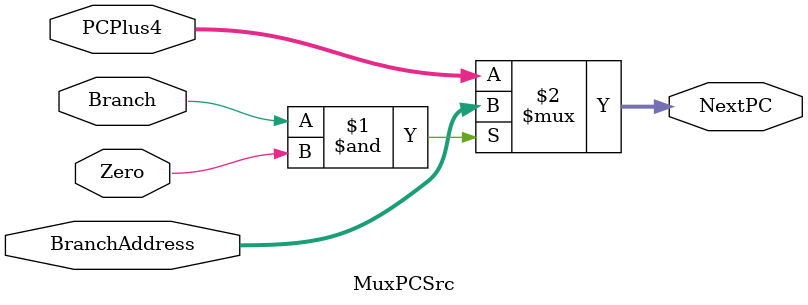
<source format=v>
module MuxPCSrc(
    input wire [31:0] PCPlus4,     // Próximo endereço sequencial
    input wire [31:0] BranchAddress, // Endereço de branch
    input wire Branch,             // Sinal de controle
    input wire Zero,               // Sinal Zero da ALU
    output wire [31:0] NextPC      // Próximo endereço do PC
);

    assign NextPC = (Branch & Zero) ? BranchAddress : PCPlus4;

endmodule
</source>
